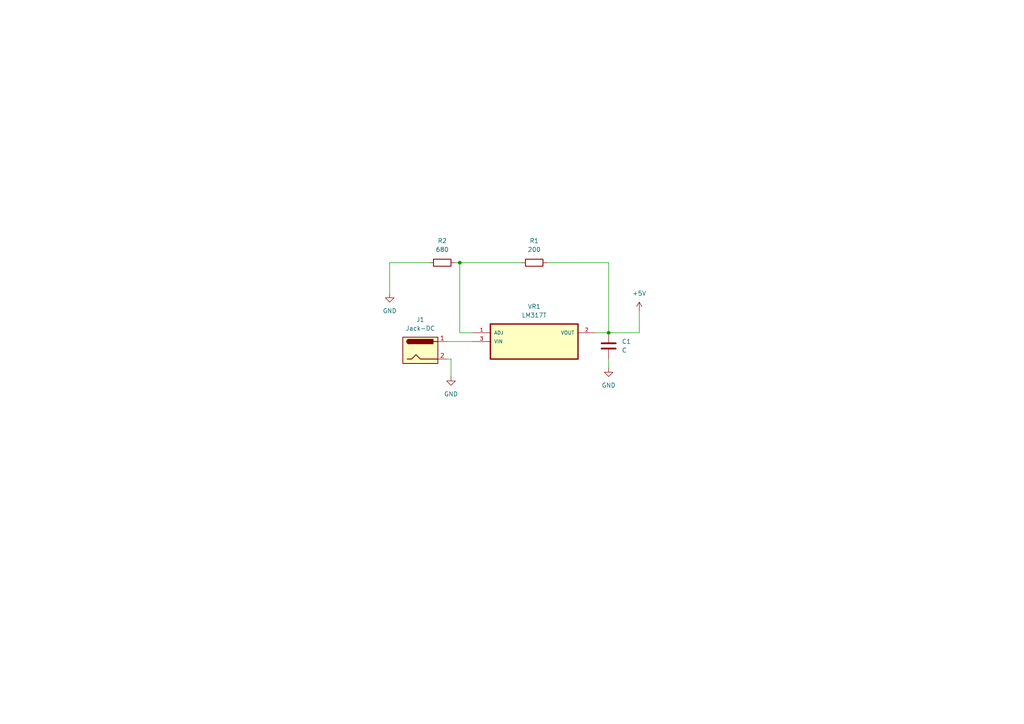
<source format=kicad_sch>
(kicad_sch (version 20230121) (generator eeschema)
  (paper "A4")
  (lib_symbols
    (symbol "Connector:Jack-DC" (pin_names (offset 1.016))
      (property "Reference" "J" (at 0 5.334 0))
      (property "Value" "Jack-DC" (at 0 -5.08 0))
      (symbol "Jack-DC_0_1"
        (rectangle (start -5.08 3.81) (end 5.08 -3.81) (stroke (width 0.254)) (fill (type background)))
        (arc (start -3.302 3.175) (mid -3.9343 2.54) (end -3.302 1.905) (stroke (width 0.254)))
        (arc (start -3.302 3.175) (mid -3.9343 2.54) (end -3.302 1.905) (stroke (width 0.254)) (fill (type outline)))
        (polyline (pts (xy 5.08 2.54) (xy 3.81 2.54)) (stroke (width 0.254)))
        (polyline (pts (xy -3.81 -2.54) (xy -2.54 -2.54) (xy -1.27 -1.27) (xy 0 -2.54) (xy 2.54 -2.54) (xy 5.08 -2.54)) (stroke (width 0.254)))
        (rectangle (start 3.683 3.175) (end -3.302 1.905) (stroke (width 0.254)) (fill (type outline)))
      )
      (symbol "Jack-DC_1_1"
        (pin passive line (at 7.62 2.54 180) (length 2.54) (name "~") (number "1"))
        (pin passive line (at 7.62 -2.54 180) (length 2.54) (name "~") (number "2"))
      )
    )
    (symbol "Device:C" (pin_numbers hide) (pin_names (offset 0.254))
      (property "Reference" "C" (at 0.635 2.54 0))
      (property "Value" "C" (at 0.635 -2.54 0))
      (symbol "C_0_1"
        (polyline (pts (xy -2.032 -0.762) (xy 2.032 -0.762)) (stroke (width 0.508)))
        (polyline (pts (xy -2.032 0.762) (xy 2.032 0.762)) (stroke (width 0.508)))
      )
      (symbol "C_1_1"
        (pin passive line (at 0 3.81 270) (length 2.794) (name "~") (number "1"))
        (pin passive line (at 0 -3.81 90) (length 2.794) (name "~") (number "2"))
      )
    )
    (symbol "Device:R" (pin_numbers hide) (pin_names (offset 0))
      (property "Reference" "R" (at 2.032 0 90))
      (property "Value" "R" (at 0 0 90))
      (symbol "R_0_1"
        (rectangle (start -1.016 -2.54) (end 1.016 2.54) (stroke (width 0.254)))
      )
      (symbol "R_1_1"
        (pin passive line (at 0 3.81 270) (length 1.27) (name "~") (number "1"))
        (pin passive line (at 0 -3.81 90) (length 1.27) (name "~") (number "2"))
      )
    )
    (symbol "LM317T:LM317T" (pin_names (offset 1.016))
      (property "Reference" "VR" (at -12.7 6.08 0))
      (property "Value" "LM317T" (at -12.7 -9.08 0))
      (symbol "LM317T_0_0"
        (rectangle (start -12.7 -5.08) (end 12.7 5.08) (stroke (width 0.41)) (fill (type background)))
        (pin input line (at -17.78 2.54 0) (length 5.08) (name "ADJ") (number "1"))
        (pin output line (at 17.78 2.54 180) (length 5.08) (name "VOUT") (number "2"))
        (pin input line (at -17.78 0 0) (length 5.08) (name "VIN") (number "3"))
      )
    )
    (symbol "power:+5V" (power) (pin_names (offset 0))
      (property "Value" "+5V" (at 0 3.556 0))
      (symbol "+5V_0_1"
        (polyline (pts (xy -0.762 1.27) (xy 0 2.54)))
        (polyline (pts (xy 0 0) (xy 0 2.54)))
        (polyline (pts (xy 0 2.54) (xy 0.762 1.27)))
      )
      (symbol "+5V_1_1"
        (pin power_in line (at 0 0 90) (length 0) hide (name "+5V") (number "1"))
      )
    )
    (symbol "power:GND" (power) (pin_names (offset 0))
      (property "Value" "GND" (at 0 -3.81 0))
      (symbol "GND_0_1"
        (polyline (pts (xy 0 0) (xy 0 -1.27) (xy 1.27 -1.27) (xy 0 -2.54) (xy -1.27 -1.27) (xy 0 -1.27)))
      )
      (symbol "GND_1_1"
        (pin power_in line (at 0 0 270) (length 0) hide (name "GND") (number "1"))
      )
    )
  )
  (junction (at 133.35 76.2))
  (junction (at 176.53 96.52))
  (wire (pts (xy 129.54 104.14) (xy 130.81 104.14)))
  (wire (pts (xy 176.53 76.2) (xy 176.53 96.52)))
  (wire (pts (xy 185.42 90.17) (xy 185.42 96.52)))
  (wire (pts (xy 176.53 104.14) (xy 176.53 106.68)))
  (wire (pts (xy 137.16 96.52) (xy 133.35 96.52)))
  (wire (pts (xy 185.42 96.52) (xy 176.53 96.52)))
  (wire (pts (xy 158.75 76.2) (xy 176.53 76.2)))
  (wire (pts (xy 133.35 96.52) (xy 133.35 76.2)))
  (wire (pts (xy 133.35 76.2) (xy 151.13 76.2)))
  (wire (pts (xy 129.54 99.06) (xy 137.16 99.06)))
  (wire (pts (xy 132.08 76.2) (xy 133.35 76.2)))
  (wire (pts (xy 130.81 104.14) (xy 130.81 109.22)))
  (wire (pts (xy 172.72 96.52) (xy 176.53 96.52)))
  (wire (pts (xy 113.03 76.2) (xy 113.03 85.09)))
  (wire (pts (xy 113.03 76.2) (xy 124.46 76.2)))
  (symbol (lib_id "LM317T:LM317T") (at 154.94 99.06 0) (unit 1)
    (property "Reference" "VR1" (at 154.94 88.9 0))
    (property "Value" "LM317T" (at 154.94 91.44 0))
    (property "Footprint" "LM317T:TO254P1054X470X1955-3" (effects hide))
    (property "MF" "Texas Instruments" (effects hide))
    (property "Description" "\n1.5-A, 40-V, adjustable linear voltage regulator 3-TO-220\n" (effects hide))
    (property "Package" "TO-220-3 Texas Instruments" (effects hide))
    (property "Price" "None" (effects hide))
    (property "SnapEDA_Link" "https://www.snapeda.com/parts/LM317T/Texas+Instruments/view-part/?ref=snap" (effects hide))
    (property "MP" "LM317T" (effects hide))
    (property "Availability" "In Stock" (effects hide))
    (property "Check_prices" "https://www.snapeda.com/parts/LM317T/Texas+Instruments/view-part/?ref=eda" (effects hide))
  )
  (symbol (lib_id "Device:C") (at 176.53 100.33 0) (unit 1)
    (property "Reference" "C1" (at 180.34 99.06 0) (effects (justify left)))
    (property "Value" "C" (at 180.34 101.6 0) (effects (justify left)))
    (property "Footprint" "Capacitor_THT:C_Disc_D3.0mm_W1.6mm_P2.50mm" (effects hide))
  )
  (symbol (lib_id "Device:R") (at 128.27 76.2 90) (unit 1)
    (property "Reference" "R2" (at 128.27 69.85 90))
    (property "Value" "680" (at 128.27 72.39 90))
    (property "Footprint" "Resistor_THT:R_Axial_DIN0204_L3.6mm_D1.6mm_P5.08mm_Horizontal" (effects hide))
  )
  (symbol (lib_id "power:GND") (at 176.53 106.68 0) (unit 1)
    (property "Reference" "#PWR02" (effects hide))
    (property "Value" "GND" (at 176.53 111.76 0))
  )
  (symbol (lib_id "power:GND") (at 130.81 109.22 0) (unit 1)
    (property "Reference" "#PWR04" (effects hide))
    (property "Value" "GND" (at 130.81 114.3 0))
  )
  (symbol (lib_id "Device:R") (at 154.94 76.2 270) (unit 1)
    (property "Reference" "R1" (at 154.94 69.85 90))
    (property "Value" "200" (at 154.94 72.39 90))
    (property "Footprint" "Resistor_THT:R_Axial_DIN0204_L3.6mm_D1.6mm_P5.08mm_Horizontal" (effects hide))
  )
  (symbol (lib_id "power:GND") (at 113.03 85.09 0) (unit 1)
    (property "Reference" "#PWR01" (effects hide))
    (property "Value" "GND" (at 113.03 90.17 0))
  )
  (symbol (lib_id "power:+5V") (at 185.42 90.17 0) (unit 1)
    (property "Reference" "#PWR03" (effects hide))
    (property "Value" "+5V" (at 185.42 85.09 0))
  )
  (symbol (lib_id "Connector:Jack-DC") (at 121.92 101.6 0) (unit 1)
    (property "Reference" "J1" (at 121.92 92.71 0))
    (property "Value" "Jack-DC" (at 121.92 95.25 0))
    (property "Footprint" "Connector_BarrelJack:BarrelJack_Horizontal" (effects hide))
  )
)
</source>
